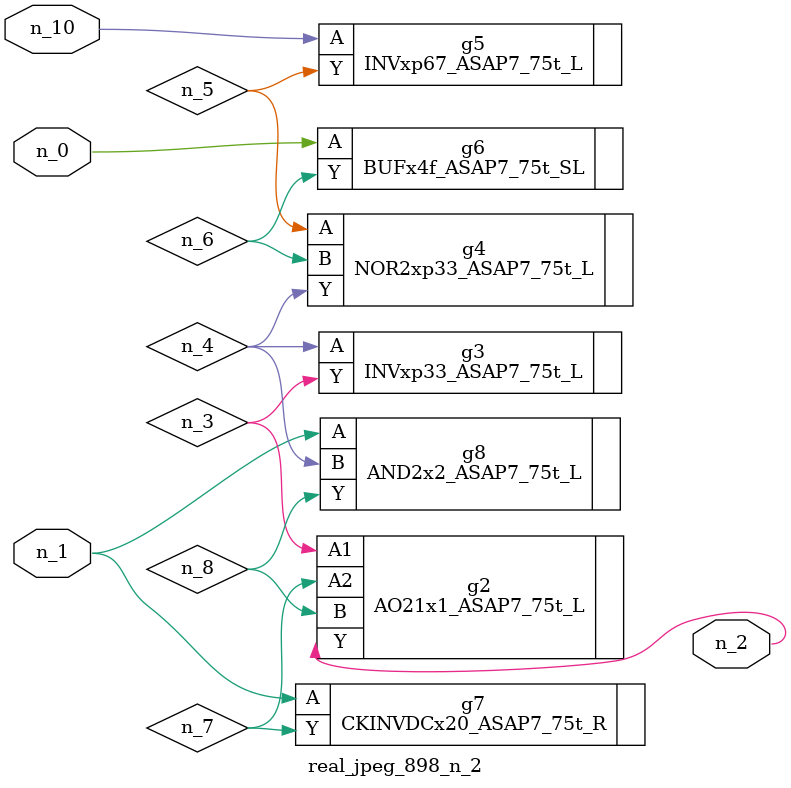
<source format=v>
module real_jpeg_898_n_2 (n_1, n_10, n_0, n_2);

input n_1;
input n_10;
input n_0;

output n_2;

wire n_5;
wire n_4;
wire n_8;
wire n_6;
wire n_7;
wire n_3;

BUFx4f_ASAP7_75t_SL g6 ( 
.A(n_0),
.Y(n_6)
);

CKINVDCx20_ASAP7_75t_R g7 ( 
.A(n_1),
.Y(n_7)
);

AND2x2_ASAP7_75t_L g8 ( 
.A(n_1),
.B(n_4),
.Y(n_8)
);

AO21x1_ASAP7_75t_L g2 ( 
.A1(n_3),
.A2(n_7),
.B(n_8),
.Y(n_2)
);

INVxp33_ASAP7_75t_L g3 ( 
.A(n_4),
.Y(n_3)
);

NOR2xp33_ASAP7_75t_L g4 ( 
.A(n_5),
.B(n_6),
.Y(n_4)
);

INVxp67_ASAP7_75t_L g5 ( 
.A(n_10),
.Y(n_5)
);


endmodule
</source>
